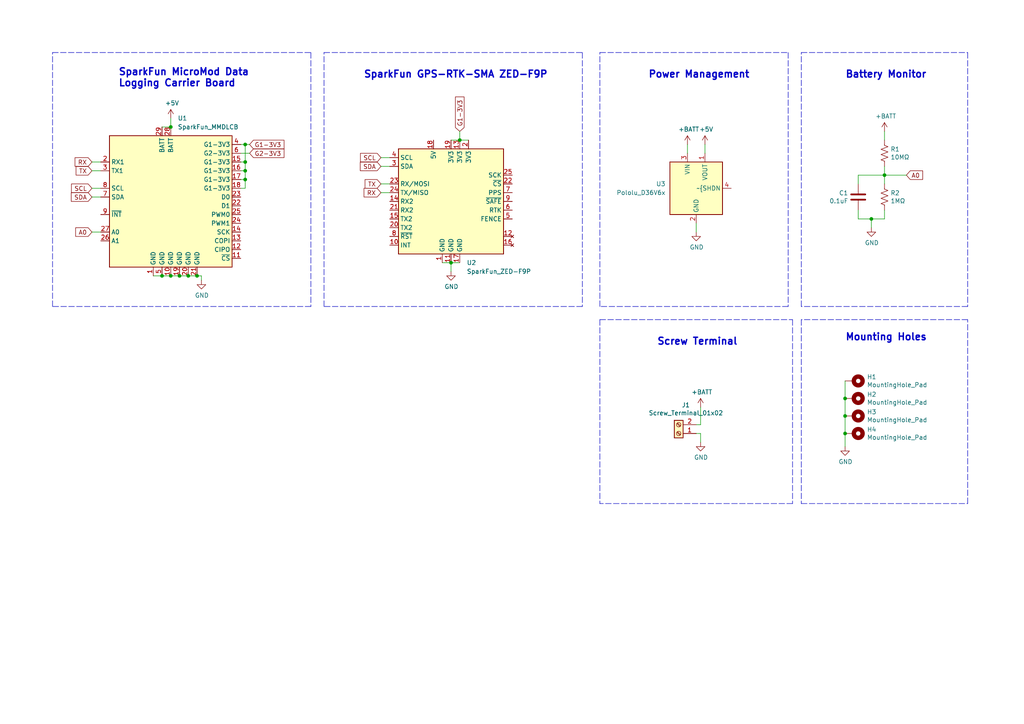
<source format=kicad_sch>
(kicad_sch (version 20211123) (generator eeschema)
  (paper "A4")
  (lib_symbols
    (symbol "Connector:Screw_Terminal_01x02" (pin_names (offset 1.016) hide)
      (property "Reference" "J" (at 0 2.54 0))
      (property "Value" "Screw_Terminal_01x02" (at 0 -5.08 0))
      (symbol "Screw_Terminal_01x02_1_1"
        (rectangle (start -1.27 1.27) (end 1.27 -3.81) (stroke (width 0.254)) (fill (type background)))
        (circle (center 0 -2.54) (radius 0.635) (stroke (width 0.1524)))
        (polyline (pts (xy -0.5334 -2.2098) (xy 0.3302 -3.048)) (stroke (width 0.1524)))
        (polyline (pts (xy -0.5334 0.3302) (xy 0.3302 -0.508)) (stroke (width 0.1524)))
        (polyline (pts (xy -0.3556 -2.032) (xy 0.508 -2.8702)) (stroke (width 0.1524)))
        (polyline (pts (xy -0.3556 0.508) (xy 0.508 -0.3302)) (stroke (width 0.1524)))
        (circle (center 0 0) (radius 0.635) (stroke (width 0.1524)))
        (pin passive line (at -5.08 0 0) (length 3.81) (name "Pin_1") (number "1"))
        (pin passive line (at -5.08 -2.54 0) (length 3.81) (name "Pin_2") (number "2"))
      )
    )
    (symbol "Cryologger:Pololu_D36V6x"
      (property "Reference" "U" (at -7.62 10.16 0))
      (property "Value" "Pololu_D36V6x" (at 12.7 10.16 0))
      (symbol "Pololu_D36V6x_0_1"
        (rectangle (start -7.62 7.62) (end 7.62 -7.62) (stroke (width 0.254)) (fill (type background)))
      )
      (symbol "Pololu_D36V6x_1_1"
        (pin power_out line (at 2.54 10.16 270) (length 2.54) (name "VOUT") (number "1"))
        (pin power_in line (at 0 -10.16 90) (length 2.54) (name "GND") (number "2"))
        (pin power_in line (at -2.54 10.16 270) (length 2.54) (name "VIN") (number "3"))
        (pin input line (at 10.16 0 180) (length 2.54) (name "~{SHDN") (number "4"))
      )
    )
    (symbol "Cryologger:SparkFun_MMDLCB"
      (property "Reference" "U" (at -17.78 20.32 0))
      (property "Value" "SparkFun_MMDLCB" (at 20.32 20.32 0))
      (symbol "SparkFun_MMDLCB_0_1"
        (rectangle (start -17.78 17.78) (end 17.78 -20.32) (stroke (width 0.254)) (fill (type background)))
      )
      (symbol "SparkFun_MMDLCB_1_1"
        (pin power_in line (at -5.08 -22.86 90) (length 2.54) (name "GND") (number "1"))
        (pin power_in line (at 0 -22.86 90) (length 2.54) (name "GND") (number "10"))
        (pin input line (at 20.32 -17.78 180) (length 2.54) (name "~{CS}") (number "11"))
        (pin input line (at 20.32 -15.24 180) (length 2.54) (name "CIPO") (number "12"))
        (pin input line (at 20.32 -12.7 180) (length 2.54) (name "COPI") (number "13"))
        (pin input line (at 20.32 -10.16 180) (length 2.54) (name "SCK") (number "14"))
        (pin input line (at 20.32 10.16 180) (length 2.54) (name "G1-3V3") (number "15"))
        (pin input line (at 20.32 7.62 180) (length 2.54) (name "G1-3V3") (number "16"))
        (pin input line (at 20.32 5.08 180) (length 2.54) (name "G1-3V3") (number "17"))
        (pin input line (at 20.32 2.54 180) (length 2.54) (name "G1-3V3") (number "18"))
        (pin power_in line (at 2.54 -22.86 90) (length 2.54) (name "GND") (number "19"))
        (pin input line (at -20.32 10.16 0) (length 2.54) (name "RX1") (number "2"))
        (pin power_in line (at 5.08 -22.86 90) (length 2.54) (name "GND") (number "20"))
        (pin power_in line (at 7.62 -22.86 90) (length 2.54) (name "GND") (number "21"))
        (pin input line (at 20.32 -2.54 180) (length 2.54) (name "D1") (number "22"))
        (pin input line (at 20.32 0 180) (length 2.54) (name "D0") (number "23"))
        (pin input line (at 20.32 -7.62 180) (length 2.54) (name "PWM1") (number "24"))
        (pin input line (at 20.32 -5.08 180) (length 2.54) (name "PWM0") (number "25"))
        (pin input line (at -20.32 -12.7 0) (length 2.54) (name "A1") (number "26"))
        (pin input line (at -20.32 -10.16 0) (length 2.54) (name "A0") (number "27"))
        (pin input line (at 0 20.32 270) (length 2.54) (name "BATT") (number "28"))
        (pin input line (at -2.54 20.32 270) (length 2.54) (name "BATT") (number "29"))
        (pin input line (at -20.32 7.62 0) (length 2.54) (name "TX1") (number "3"))
        (pin input line (at 20.32 15.24 180) (length 2.54) (name "G1-3V3") (number "4"))
        (pin power_in line (at -2.54 -22.86 90) (length 2.54) (name "GND") (number "5"))
        (pin input line (at 20.32 12.7 180) (length 2.54) (name "G2-3V3") (number "6"))
        (pin input line (at -20.32 0 0) (length 2.54) (name "SDA") (number "7"))
        (pin input line (at -20.32 2.54 0) (length 2.54) (name "SCL") (number "8"))
        (pin input line (at -20.32 -5.08 0) (length 2.54) (name "~{INT}") (number "9"))
      )
    )
    (symbol "Cryologger:SparkFun_ZED-F9P"
      (property "Reference" "U" (at -15.24 17.78 0))
      (property "Value" "SparkFun_ZED-F9P" (at 20.32 17.78 0))
      (symbol "SparkFun_ZED-F9P_0_1"
        (rectangle (start -15.24 15.24) (end 15.24 -15.24) (stroke (width 0.254)) (fill (type background)))
      )
      (symbol "SparkFun_ZED-F9P_1_1"
        (pin input line (at -2.54 -17.78 90) (length 2.54) (name "GND") (number "1"))
        (pin input line (at -17.78 -12.7 0) (length 2.54) (name "INT") (number "10"))
        (pin input line (at 0 -17.78 90) (length 2.54) (name "GND") (number "11"))
        (pin no_connect line (at 17.78 -10.16 180) (length 2.54) (name "~") (number "12"))
        (pin input line (at 2.54 17.78 270) (length 2.54) (name "3V3") (number "13"))
        (pin input line (at -17.78 0 0) (length 2.54) (name "RX2") (number "14"))
        (pin input line (at -17.78 -5.08 0) (length 2.54) (name "TX2") (number "15"))
        (pin no_connect line (at 17.78 -12.7 180) (length 2.54) (name "~") (number "16"))
        (pin input line (at 2.54 -17.78 90) (length 2.54) (name "GND") (number "17"))
        (pin input line (at -5.08 17.78 270) (length 2.54) (name "5V") (number "18"))
        (pin input line (at 0 17.78 270) (length 2.54) (name "3V3") (number "19"))
        (pin input line (at 5.08 17.78 270) (length 2.54) (name "3V3") (number "2"))
        (pin input line (at -17.78 -7.62 0) (length 2.54) (name "TX2") (number "20"))
        (pin input line (at -17.78 -2.54 0) (length 2.54) (name "RX2") (number "21"))
        (pin input line (at 17.78 5.08 180) (length 2.54) (name "~{CS}") (number "22"))
        (pin input line (at -17.78 5.08 0) (length 2.54) (name "RX/MOSI") (number "23"))
        (pin input line (at -17.78 2.54 0) (length 2.54) (name "TX/MISO") (number "24"))
        (pin input line (at 17.78 7.62 180) (length 2.54) (name "SCK") (number "25"))
        (pin input line (at -17.78 10.16 0) (length 2.54) (name "SDA") (number "3"))
        (pin input line (at -17.78 12.7 0) (length 2.54) (name "SCL") (number "4"))
        (pin input line (at 17.78 -5.08 180) (length 2.54) (name "FENCE") (number "5"))
        (pin input line (at 17.78 -2.54 180) (length 2.54) (name "RTK") (number "6"))
        (pin input line (at 17.78 2.54 180) (length 2.54) (name "PPS") (number "7"))
        (pin input line (at -17.78 -10.16 0) (length 2.54) (name "~{RST}") (number "8"))
        (pin input line (at 17.78 0 180) (length 2.54) (name "~{SAFE}") (number "9"))
      )
    )
    (symbol "Device:C" (pin_numbers hide) (pin_names (offset 0.254))
      (property "Reference" "C" (at 0.635 2.54 0))
      (property "Value" "C" (at 0.635 -2.54 0))
      (symbol "C_0_1"
        (polyline (pts (xy -2.032 -0.762) (xy 2.032 -0.762)) (stroke (width 0.508)))
        (polyline (pts (xy -2.032 0.762) (xy 2.032 0.762)) (stroke (width 0.508)))
      )
      (symbol "C_1_1"
        (pin passive line (at 0 3.81 270) (length 2.794) (name "~") (number "1"))
        (pin passive line (at 0 -3.81 90) (length 2.794) (name "~") (number "2"))
      )
    )
    (symbol "Device:R_US" (pin_numbers hide) (pin_names (offset 0))
      (property "Reference" "R" (at 2.54 0 90))
      (property "Value" "R_US" (at -2.54 0 90))
      (symbol "R_US_0_1"
        (polyline (pts (xy 0 -2.286) (xy 0 -2.54)))
        (polyline (pts (xy 0 2.286) (xy 0 2.54)))
        (polyline (pts (xy 0 -0.762) (xy 1.016 -1.143) (xy 0 -1.524) (xy -1.016 -1.905) (xy 0 -2.286)))
        (polyline (pts (xy 0 0.762) (xy 1.016 0.381) (xy 0 0) (xy -1.016 -0.381) (xy 0 -0.762)))
        (polyline (pts (xy 0 2.286) (xy 1.016 1.905) (xy 0 1.524) (xy -1.016 1.143) (xy 0 0.762)))
      )
      (symbol "R_US_1_1"
        (pin passive line (at 0 3.81 270) (length 1.27) (name "~") (number "1"))
        (pin passive line (at 0 -3.81 90) (length 1.27) (name "~") (number "2"))
      )
    )
    (symbol "Mechanical:MountingHole_Pad" (pin_numbers hide) (pin_names (offset 1.016) hide)
      (property "Reference" "H" (at 0 6.35 0))
      (property "Value" "MountingHole_Pad" (at 0 4.445 0))
      (symbol "MountingHole_Pad_0_1"
        (circle (center 0 1.27) (radius 1.27) (stroke (width 1.27)))
      )
      (symbol "MountingHole_Pad_1_1"
        (pin input line (at 0 -2.54 90) (length 2.54) (name "1") (number "1"))
      )
    )
    (symbol "power:+5V" (power) (pin_names (offset 0))
      (property "Value" "+5V" (at 0 3.556 0))
      (symbol "+5V_0_1"
        (polyline (pts (xy -0.762 1.27) (xy 0 2.54)))
        (polyline (pts (xy 0 0) (xy 0 2.54)))
        (polyline (pts (xy 0 2.54) (xy 0.762 1.27)))
      )
      (symbol "+5V_1_1"
        (pin power_in line (at 0 0 90) (length 0) hide (name "+5V") (number "1"))
      )
    )
    (symbol "power:+BATT" (power) (pin_names (offset 0))
      (property "Value" "+BATT" (at 0 3.556 0))
      (symbol "+BATT_0_1"
        (polyline (pts (xy -0.762 1.27) (xy 0 2.54)))
        (polyline (pts (xy 0 0) (xy 0 2.54)))
        (polyline (pts (xy 0 2.54) (xy 0.762 1.27)))
      )
      (symbol "+BATT_1_1"
        (pin power_in line (at 0 0 90) (length 0) hide (name "+BATT") (number "1"))
      )
    )
    (symbol "power:GND" (power) (pin_names (offset 0))
      (property "Value" "GND" (at 0 -3.81 0))
      (symbol "GND_0_1"
        (polyline (pts (xy 0 0) (xy 0 -1.27) (xy 1.27 -1.27) (xy 0 -2.54) (xy -1.27 -1.27) (xy 0 -1.27)))
      )
      (symbol "GND_1_1"
        (pin power_in line (at 0 0 270) (length 0) hide (name "GND") (number "1"))
      )
    )
  )
  (junction (at 71.12 41.91))
  (junction (at 57.15 80.01))
  (junction (at 49.53 36.83))
  (junction (at 49.53 80.01))
  (junction (at 71.12 49.53))
  (junction (at 245.11 125.73))
  (junction (at 71.12 52.07))
  (junction (at 133.35 40.64))
  (junction (at 130.81 76.2))
  (junction (at 252.73 63.5))
  (junction (at 71.12 46.99))
  (junction (at 54.61 80.01))
  (junction (at 245.11 115.57))
  (junction (at 245.11 120.65))
  (junction (at 46.99 80.01))
  (junction (at 256.54 50.8))
  (junction (at 52.07 80.01))
  (polyline (pts (xy 173.99 88.9) (xy 173.99 15.24)))
  (wire (pts (xy 49.53 34.29) (xy 49.53 36.83)))
  (wire (pts (xy 130.81 40.64) (xy 133.35 40.64)))
  (wire (pts (xy 256.54 63.5) (xy 256.54 60.96)))
  (polyline (pts (xy 280.67 92.71) (xy 232.41 92.71)))
  (polyline (pts (xy 168.91 15.24) (xy 168.91 88.9)))
  (wire (pts (xy 69.85 44.45) (xy 72.39 44.45)))
  (polyline (pts (xy 168.91 88.9) (xy 93.98 88.9)))
  (polyline (pts (xy 93.98 15.24) (xy 168.91 15.24)))
  (wire (pts (xy 256.54 50.8) (xy 256.54 48.26)))
  (wire (pts (xy 110.49 45.72) (xy 113.03 45.72)))
  (wire (pts (xy 46.99 80.01) (xy 49.53 80.01)))
  (wire (pts (xy 245.11 115.57) (xy 245.11 120.65)))
  (wire (pts (xy 201.93 64.77) (xy 201.93 67.31)))
  (wire (pts (xy 69.85 49.53) (xy 71.12 49.53)))
  (wire (pts (xy 245.11 125.73) (xy 245.11 129.54)))
  (wire (pts (xy 245.11 110.49) (xy 245.11 115.57)))
  (wire (pts (xy 71.12 52.07) (xy 71.12 49.53)))
  (polyline (pts (xy 229.87 92.71) (xy 229.87 146.05)))
  (polyline (pts (xy 90.17 88.9) (xy 15.24 88.9)))
  (wire (pts (xy 26.67 49.53) (xy 29.21 49.53)))
  (wire (pts (xy 49.53 80.01) (xy 52.07 80.01)))
  (wire (pts (xy 26.67 46.99) (xy 29.21 46.99)))
  (polyline (pts (xy 228.6 15.24) (xy 228.6 88.9)))
  (wire (pts (xy 204.47 41.91) (xy 204.47 44.45)))
  (wire (pts (xy 71.12 49.53) (xy 71.12 46.99)))
  (polyline (pts (xy 173.99 15.24) (xy 228.6 15.24)))
  (wire (pts (xy 69.85 54.61) (xy 71.12 54.61)))
  (wire (pts (xy 26.67 67.31) (xy 29.21 67.31)))
  (polyline (pts (xy 15.24 88.9) (xy 15.24 15.24)))
  (wire (pts (xy 203.2 118.11) (xy 203.2 123.19)))
  (wire (pts (xy 248.92 63.5) (xy 252.73 63.5)))
  (polyline (pts (xy 173.99 92.71) (xy 173.99 146.05)))
  (wire (pts (xy 248.92 60.96) (xy 248.92 63.5)))
  (polyline (pts (xy 280.67 146.05) (xy 280.67 92.71)))
  (polyline (pts (xy 173.99 92.71) (xy 229.87 92.71)))
  (wire (pts (xy 128.27 76.2) (xy 130.81 76.2)))
  (wire (pts (xy 256.54 50.8) (xy 262.89 50.8)))
  (polyline (pts (xy 232.41 146.05) (xy 280.67 146.05)))
  (wire (pts (xy 256.54 40.64) (xy 256.54 38.1)))
  (wire (pts (xy 71.12 46.99) (xy 71.12 41.91)))
  (wire (pts (xy 52.07 80.01) (xy 54.61 80.01)))
  (wire (pts (xy 252.73 66.04) (xy 252.73 63.5)))
  (wire (pts (xy 44.45 80.01) (xy 46.99 80.01)))
  (wire (pts (xy 203.2 125.73) (xy 203.2 128.27)))
  (polyline (pts (xy 93.98 88.9) (xy 93.98 15.24)))
  (polyline (pts (xy 232.41 88.9) (xy 232.41 15.24)))
  (wire (pts (xy 252.73 63.5) (xy 256.54 63.5)))
  (wire (pts (xy 71.12 54.61) (xy 71.12 52.07)))
  (wire (pts (xy 69.85 46.99) (xy 71.12 46.99)))
  (wire (pts (xy 248.92 53.34) (xy 248.92 50.8)))
  (wire (pts (xy 201.93 123.19) (xy 203.2 123.19)))
  (wire (pts (xy 245.11 120.65) (xy 245.11 125.73)))
  (wire (pts (xy 57.15 80.01) (xy 58.42 80.01)))
  (wire (pts (xy 133.35 38.1) (xy 133.35 40.64)))
  (wire (pts (xy 26.67 54.61) (xy 29.21 54.61)))
  (wire (pts (xy 256.54 50.8) (xy 248.92 50.8)))
  (wire (pts (xy 54.61 80.01) (xy 57.15 80.01)))
  (wire (pts (xy 69.85 41.91) (xy 71.12 41.91)))
  (wire (pts (xy 130.81 76.2) (xy 133.35 76.2)))
  (wire (pts (xy 58.42 80.01) (xy 58.42 81.28)))
  (polyline (pts (xy 232.41 92.71) (xy 232.41 146.05)))
  (wire (pts (xy 199.39 41.91) (xy 199.39 44.45)))
  (polyline (pts (xy 229.87 146.05) (xy 173.99 146.05)))
  (wire (pts (xy 256.54 53.34) (xy 256.54 50.8)))
  (wire (pts (xy 110.49 55.88) (xy 113.03 55.88)))
  (polyline (pts (xy 15.24 15.24) (xy 90.17 15.24)))
  (wire (pts (xy 133.35 40.64) (xy 135.89 40.64)))
  (wire (pts (xy 69.85 52.07) (xy 71.12 52.07)))
  (wire (pts (xy 71.12 41.91) (xy 72.39 41.91)))
  (wire (pts (xy 130.81 76.2) (xy 130.81 78.74)))
  (polyline (pts (xy 90.17 15.24) (xy 90.17 88.9)))
  (polyline (pts (xy 232.41 15.24) (xy 280.67 15.24)))
  (wire (pts (xy 201.93 125.73) (xy 203.2 125.73)))
  (polyline (pts (xy 280.67 15.24) (xy 280.67 88.9)))
  (wire (pts (xy 110.49 48.26) (xy 113.03 48.26)))
  (wire (pts (xy 26.67 57.15) (xy 29.21 57.15)))
  (wire (pts (xy 110.49 53.34) (xy 113.03 53.34)))
  (polyline (pts (xy 228.6 88.9) (xy 173.99 88.9)))
  (wire (pts (xy 46.99 36.83) (xy 49.53 36.83)))
  (polyline (pts (xy 280.67 88.9) (xy 232.41 88.9)))
  (text "Battery Monitor\n" (at 245.11 22.86 0) (effects (font (size 2.0066 2.0066) (thickness 0.4013) bold) (justify left bottom)))
  (text "Screw Terminal\n" (at 190.5 100.33 0) (effects (font (size 2.0066 2.0066) (thickness 0.4013) bold) (justify left bottom)))
  (text "SparkFun MicroMod Data \nLogging Carrier Board\n" (at 34.29 25.4 0) (effects (font (size 2.0066 2.0066) (thickness 0.4013) bold) (justify left bottom)))
  (text "Mounting Holes" (at 245.11 99.06 0) (effects (font (size 2.0066 2.0066) (thickness 0.4013) bold) (justify left bottom)))
  (text "Power Management" (at 187.96 22.86 0) (effects (font (size 2.0066 2.0066) (thickness 0.4013) bold) (justify left bottom)))
  (text "SparkFun GPS-RTK-SMA ZED-F9P\n" (at 105.41 22.86 0) (effects (font (size 2.0066 2.0066) (thickness 0.4013) bold) (justify left bottom)))
  (global_label "SDA" (shape input) (at 110.49 48.26 180) (property "Intersheet References" "${INTERSHEET_REFS}" (effects hide)))
  (global_label "A0" (shape input) (at 26.67 67.31 180) (property "Intersheet References" "${INTERSHEET_REFS}" (effects hide)))
  (global_label "TX" (shape input) (at 26.67 49.53 180) (property "Intersheet References" "${INTERSHEET_REFS}" (effects hide)))
  (global_label "RX" (shape input) (at 110.49 55.88 180) (property "Intersheet References" "${INTERSHEET_REFS}" (effects hide)))
  (global_label "SDA" (shape input) (at 26.67 57.15 180) (property "Intersheet References" "${INTERSHEET_REFS}" (effects hide)))
  (global_label "RX" (shape input) (at 26.67 46.99 180) (property "Intersheet References" "${INTERSHEET_REFS}" (effects hide)))
  (global_label "G1-3V3" (shape input) (at 133.35 38.1 90) (property "Intersheet References" "${INTERSHEET_REFS}" (effects hide)))
  (global_label "TX" (shape input) (at 110.49 53.34 180) (property "Intersheet References" "${INTERSHEET_REFS}" (effects hide)))
  (global_label "A0" (shape input) (at 262.89 50.8 0) (property "Intersheet References" "${INTERSHEET_REFS}" (effects hide)))
  (global_label "G1-3V3" (shape input) (at 72.39 41.91 0) (property "Intersheet References" "${INTERSHEET_REFS}" (effects hide)))
  (global_label "SCL" (shape input) (at 26.67 54.61 180) (property "Intersheet References" "${INTERSHEET_REFS}" (effects hide)))
  (global_label "G2-3V3" (shape input) (at 72.39 44.45 0) (property "Intersheet References" "${INTERSHEET_REFS}" (effects hide)))
  (global_label "SCL" (shape input) (at 110.49 45.72 180) (property "Intersheet References" "${INTERSHEET_REFS}" (effects hide)))
  (symbol (lib_id "Cryologger:SparkFun_MMDLCB") (at 49.53 57.15 0) (unit 1)
    (property "Reference" "U1" (at 51.5494 34.29 0) (effects (justify left)))
    (property "Value" "SparkFun_MMDLCB" (at 51.5494 36.83 0) (effects (justify left)))
    (property "Footprint" "Cryologger:SparkFun_MMDLCB" (effects hide))
  )
  (symbol (lib_id "power:GND") (at 252.73 66.04 0) (unit 1)
    (property "Reference" "#PWR09" (effects hide))
    (property "Value" "GND" (at 252.857 70.4342 0))
  )
  (symbol (lib_id "Connector:Screw_Terminal_01x02") (at 196.85 125.73 180) (unit 1)
    (property "Reference" "J1" (at 198.9328 117.475 0))
    (property "Value" "Screw_Terminal_01x02" (at 198.9328 119.7864 0))
    (property "Footprint" "TerminalBlock_Phoenix:TerminalBlock_Phoenix_MKDS-1,5-2-5.08_1x02_P5.08mm_Horizontal" (effects hide))
  )
  (symbol (lib_id "power:GND") (at 201.93 67.31 0) (unit 1)
    (property "Reference" "#PWR07" (effects hide))
    (property "Value" "GND" (at 202.057 71.7042 0))
  )
  (symbol (lib_id "power:+BATT") (at 256.54 38.1 0) (unit 1)
    (property "Reference" "#PWR010" (effects hide))
    (property "Value" "+BATT" (at 256.921 33.7058 0))
  )
  (symbol (lib_id "power:GND") (at 203.2 128.27 0) (unit 1)
    (property "Reference" "#PWR06" (effects hide))
    (property "Value" "GND" (at 203.327 132.6642 0))
  )
  (symbol (lib_id "Device:C") (at 248.92 57.15 0) (mirror y) (unit 1)
    (property "Reference" "C1" (at 246.0244 55.9816 0) (effects (justify left)))
    (property "Value" "0.1uF" (at 246.0244 58.293 0) (effects (justify left)))
    (property "Footprint" "Capacitor_THT:C_Disc_D3.8mm_W2.6mm_P2.50mm" (effects hide))
  )
  (symbol (lib_id "power:+5V") (at 49.53 34.29 0) (unit 1)
    (property "Reference" "#PWR01" (effects hide))
    (property "Value" "+5V" (at 49.911 29.8958 0))
  )
  (symbol (lib_id "Mechanical:MountingHole_Pad") (at 247.65 120.65 270) (unit 1)
    (property "Reference" "H3" (at 251.46 119.4816 90) (effects (justify left)))
    (property "Value" "MountingHole_Pad" (at 251.46 121.793 90) (effects (justify left)))
    (property "Footprint" "MountingHole:MountingHole_3.2mm_M3_Pad" (effects hide))
  )
  (symbol (lib_id "Cryologger:Pololu_D36V6x") (at 201.93 54.61 0) (unit 1)
    (property "Reference" "U3" (at 193.04 53.3399 0) (effects (justify right)))
    (property "Value" "Pololu_D36V6x" (at 193.04 55.8799 0) (effects (justify right)))
    (property "Footprint" "Cryologger:Pololu_D36V6x_Hor" (effects hide))
  )
  (symbol (lib_id "power:GND") (at 58.42 81.28 0) (unit 1)
    (property "Reference" "#PWR03" (effects hide))
    (property "Value" "GND" (at 58.547 85.6742 0))
  )
  (symbol (lib_id "power:+5V") (at 204.47 41.91 0) (unit 1)
    (property "Reference" "#PWR08" (effects hide))
    (property "Value" "+5V" (at 204.851 37.5158 0))
  )
  (symbol (lib_id "power:GND") (at 130.81 78.74 0) (unit 1)
    (property "Reference" "#PWR02" (effects hide))
    (property "Value" "GND" (at 130.937 83.1342 0))
  )
  (symbol (lib_id "Mechanical:MountingHole_Pad") (at 247.65 125.73 270) (unit 1)
    (property "Reference" "H4" (at 251.46 124.5616 90) (effects (justify left)))
    (property "Value" "MountingHole_Pad" (at 251.46 126.873 90) (effects (justify left)))
    (property "Footprint" "MountingHole:MountingHole_3.2mm_M3_Pad" (effects hide))
  )
  (symbol (lib_id "Mechanical:MountingHole_Pad") (at 247.65 110.49 270) (unit 1)
    (property "Reference" "H1" (at 251.46 109.3216 90) (effects (justify left)))
    (property "Value" "MountingHole_Pad" (at 251.46 111.633 90) (effects (justify left)))
    (property "Footprint" "MountingHole:MountingHole_3.2mm_M3_Pad" (effects hide))
  )
  (symbol (lib_id "Device:R_US") (at 256.54 44.45 0) (unit 1)
    (property "Reference" "R1" (at 258.2672 43.2816 0) (effects (justify left)))
    (property "Value" "10MΩ" (at 258.2672 45.593 0) (effects (justify left)))
    (property "Footprint" "Resistor_THT:R_Axial_DIN0207_L6.3mm_D2.5mm_P10.16mm_Horizontal" (effects hide))
  )
  (symbol (lib_id "power:+BATT") (at 199.39 41.91 0) (unit 1)
    (property "Reference" "#PWR04" (effects hide))
    (property "Value" "+BATT" (at 199.771 37.5158 0))
  )
  (symbol (lib_id "power:+BATT") (at 203.2 118.11 0) (unit 1)
    (property "Reference" "#PWR05" (effects hide))
    (property "Value" "+BATT" (at 203.581 113.7158 0))
  )
  (symbol (lib_id "Mechanical:MountingHole_Pad") (at 247.65 115.57 270) (unit 1)
    (property "Reference" "H2" (at 251.46 114.4016 90) (effects (justify left)))
    (property "Value" "MountingHole_Pad" (at 251.46 116.713 90) (effects (justify left)))
    (property "Footprint" "MountingHole:MountingHole_3.2mm_M3_Pad" (effects hide))
  )
  (symbol (lib_id "Device:R_US") (at 256.54 57.15 0) (unit 1)
    (property "Reference" "R2" (at 258.2672 55.9816 0) (effects (justify left)))
    (property "Value" "1MΩ" (at 258.2672 58.293 0) (effects (justify left)))
    (property "Footprint" "Resistor_THT:R_Axial_DIN0207_L6.3mm_D2.5mm_P10.16mm_Horizontal" (effects hide))
  )
  (symbol (lib_id "power:GND") (at 245.11 129.54 0) (unit 1)
    (property "Reference" "#PWR011" (effects hide))
    (property "Value" "GND" (at 245.237 133.9342 0))
  )
  (symbol (lib_id "Cryologger:SparkFun_ZED-F9P") (at 130.81 58.42 0) (unit 1)
    (property "Reference" "U2" (at 135.3694 76.2 0) (effects (justify left)))
    (property "Value" "SparkFun_ZED-F9P" (at 135.3694 78.74 0) (effects (justify left)))
    (property "Footprint" "Cryologger:SparkFun_ZED-F9P" (effects hide))
  )
)
</source>
